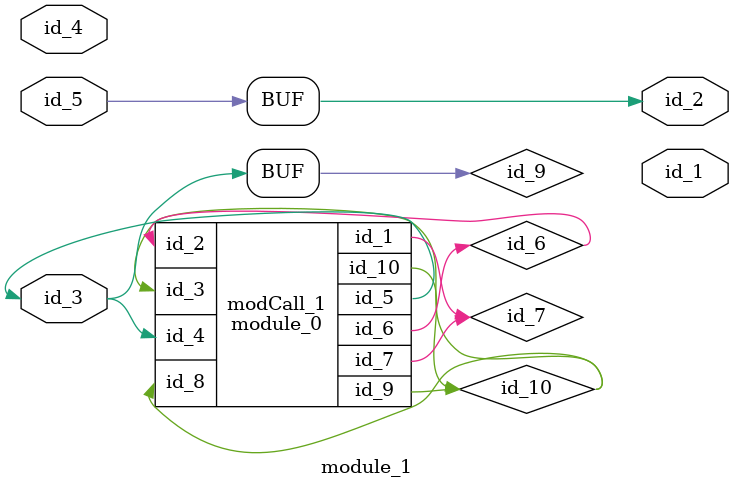
<source format=v>
module module_0 (
    id_1,
    id_2,
    id_3,
    id_4,
    id_5,
    id_6,
    id_7,
    id_8,
    id_9,
    id_10
);
  inout wire id_10;
  inout wire id_9;
  input wire id_8;
  output wire id_7;
  inout wire id_6;
  output wire id_5;
  input wire id_4;
  input wire id_3;
  input wire id_2;
  output wire id_1;
  wire id_11, id_12;
  assign id_9 = -1;
  assign id_1 = id_6;
  assign id_7 = -1;
  parameter id_13 = -1;
endmodule
module module_1 (
    id_1,
    id_2,
    id_3,
    id_4,
    id_5
);
  input wire id_5;
  input wire id_4;
  inout wire id_3;
  output wire id_2;
  output wire id_1;
  initial id_2 <= id_5;
  wire id_6;
  wire id_7, id_8, id_9;
  assign id_3 = id_9;
  wire id_10;
  module_0 modCall_1 (
      id_7,
      id_6,
      id_10,
      id_9,
      id_9,
      id_6,
      id_7,
      id_10,
      id_10,
      id_10
  );
endmodule

</source>
